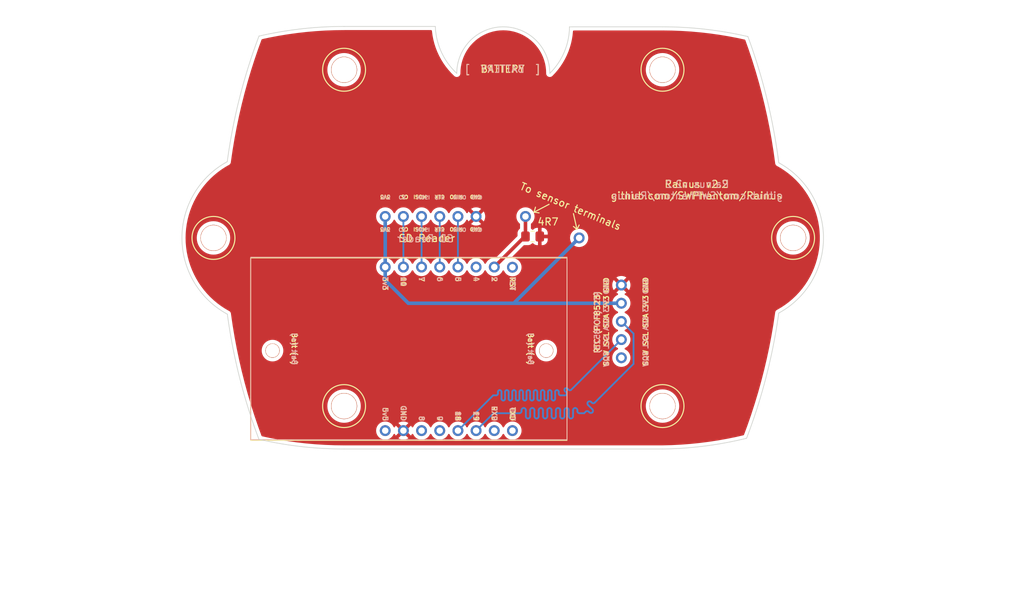
<source format=kicad_pcb>
(kicad_pcb (version 20211014) (generator pcbnew)
  (layers (0 "F.Cu" signal) (31 "B.Cu" signal) (34 "B.Paste" user) (35 "F.Paste" user) (36 "B.SilkS" user "B.Silkscreen") (37 "F.SilkS" user "F.Silkscreen") (38 "B.Mask" user) (39 "F.Mask" user) (44 "Edge.Cuts" user))
  (net 0 "")
  (net 1 "GND")
  (footprint "" (layer "F.Cu") (at 154.5 117.25)
    (fp_text reference "" (at 0 0) (layer "F.SilkS") (effects (font (size 1.27 1.27))))
    (fp_text value "" (at 0 0) (layer "F.SilkS") (effects (font (size 1.27 1.27))))
    (pad "" np_thru_hole circle (at 0 0 270) (size 2 2) (drill 1.8) (layers F&B.Cu *.SilkS *.Mask))
  )
  (footprint "" (layer "F.Cu") (at 189 101.5)
    (fp_text reference "" (at 0 0) (layer "F.SilkS") (effects (font (size 1.27 1.27))))
    (fp_text value "" (at 0 0) (layer "F.SilkS") (effects (font (size 1.27 1.27))))
    (pad "" np_thru_hole circle (at 0 0 270) (size 3.65 3.65) (drill 3.45) (layers *.Cu *.SilkS *.Mask))
  )
  (footprint "" (layer "F.Cu") (at 170.75 78)
    (fp_text reference "" (at 0 0) (layer "F.SilkS") (effects (font (size 1.27 1.27))))
    (fp_text value "" (at 0 0) (layer "F.SilkS") (effects (font (size 1.27 1.27))))
    (pad "" np_thru_hole circle (at 0 0 270) (size 3.65 3.65) (drill 3.45) (layers *.Cu *.SilkS *.Mask))
  )
  (footprint "" (layer "F.Cu") (at 134.54 98.5 90)
    (fp_text reference "" (at 0 0 90) (layer "F.SilkS") (effects (font (size 1.27 1.27))))
    (fp_text value "" (at 0 0 90) (layer "F.SilkS") (effects (font (size 1.27 1.27))))
    (pad "1" thru_hole circle (at 0 0 90) (size 1.524 1.524) (drill 0.9) (layers *.Cu *.Mask))
  )
  (footprint "" (layer "F.Cu") (at 151.6 98.5)
    (fp_text reference "" (at 0 0) (layer "F.SilkS") (effects (font (size 1.27 1.27))))
    (fp_text value "" (at 0 0) (layer "F.SilkS") (effects (font (size 1.27 1.27))))
    (pad "1" thru_hole circle (at 0 0) (size 1.524 1.524) (drill 0.9) (layers *.Cu *.Mask))
  )
  (footprint "" (layer "F.Cu") (at 165 115.71)
    (fp_text reference "" (at 0 0) (layer "F.SilkS") (effects (font (size 1.27 1.27))))
    (fp_text value "" (at 0 0) (layer "F.SilkS") (effects (font (size 1.27 1.27))))
    (pad "1" thru_hole circle (at 0 0) (size 1.524 1.524) (drill 0.9) (layers *.Cu *.Mask))
  )
  (footprint "" (layer "F.Cu") (at 139.62 98.5 90)
    (fp_text reference "" (at 0 0 90) (layer "F.SilkS") (effects (font (size 1.27 1.27))))
    (fp_text value "" (at 0 0 90) (layer "F.SilkS") (effects (font (size 1.27 1.27))))
    (pad "1" thru_hole circle (at 0 0 90) (size 1.524 1.524) (drill 0.9) (layers *.Cu *.Mask))
  )
  (footprint "" (layer "F.Cu") (at 126.25 125)
    (fp_text reference "" (at 0 0) (layer "F.SilkS") (effects (font (size 1.27 1.27))))
    (fp_text value "" (at 0 0) (layer "F.SilkS") (effects (font (size 1.27 1.27))))
    (pad "" np_thru_hole circle (at 0 0 270) (size 3.65 3.65) (drill 3.45) (layers *.Cu *.SilkS *.Mask))
  )
  (footprint "Espressif:esp32-c3-lilygo" (layer "F.Cu") (at 157.4 104.3 -90)
    (fp_text reference "REF**" hide)
    (fp_text value "esp32-c3-lilygo")
    (fp_text user "Batt (+)" (at 12.7 38.1 -90 unlocked) (layer "B.SilkS") (effects (font (size 0.7 0.7)) (justify mirror)))
    (fp_text user "5v5" (at 22.86 25.4 -90 unlocked) (layer "B.SilkS") (effects (font (size 0.7 0.7)) (justify left mirror)))
    (fp_text user "RXD" (at 22.86 10.16 -90 unlocked) (layer "B.SilkS") (effects (font (size 0.7 0.7)) (justify left mirror)))
    (fp_text user "Batt (-)" (at 12.7 5.08 -90 unlocked) (layer "B.SilkS") (effects (font (size 0.7 0.7)) (justify mirror)))
    (fp_text user "RST" (at 2.54 7.62 -90 unlocked) (layer "B.SilkS") (effects (font (size 0.7 0.7)) (justify right mirror)))
    (fp_text user "3v3" (at 2.54 25.4 -90 unlocked) (layer "B.SilkS") (effects (font (size 0.7 0.7)) (justify right mirror)))
    (fp_text user "8" (at 22.86 20.32 -90 unlocked) (layer "B.SilkS") (effects (font (size 0.7 0.7)) (justify left mirror)))
    (fp_text user "TXD" (at 22.86 7.62 -90 unlocked) (layer "B.SilkS") (effects (font (size 0.7 0.7)) (justify left mirror)))
    (fp_text user "GND" (at 22.86 22.86 -90 unlocked) (layer "B.SilkS") (effects (font (size 0.7 0.7)) (justify left mirror)))
    (fp_text user "5" (at 2.54 15.24 -90 unlocked) (layer "B.SilkS") (effects (font (size 0.7 0.7)) (justify right mirror)))
    (fp_text user "9" (at 22.86 17.78 -90 unlocked) (layer "B.SilkS") (effects (font (size 0.7 0.7)) (justify left mirror)))
    (fp_text user "19" (at 22.86 12.7 -90 unlocked) (layer "B.SilkS") (effects (font (size 0.7 0.7)) (justify left mirror)))
    (fp_text user "2" (at 2.54 10.16 -90 unlocked) (layer "B.SilkS") (effects (font (size 0.7 0.7)) (justify right mirror)))
    (fp_text user "7" (at 2.54 20.32 -90 unlocked) (layer "B.SilkS") (effects (font (size 0.7 0.7)) (justify right mirror)))
    (fp_text user "10" (at 2.54 22.86 -90 unlocked) (layer "B.SilkS") (effects (font (size 0.7 0.7)) (justify right mirror)))
    (fp_text user "6" (at 2.54 17.78 -90 unlocked) (layer "B.SilkS") (effects (font (size 0.7 0.7)) (justify right mirror)))
    (fp_text user "18" (at 22.86 15.24 -90 unlocked) (layer "B.SilkS") (effects (font (size 0.7 0.7)) (justify left mirror)))
    (fp_text user "4" (at 2.54 12.7 -90 unlocked) (layer "B.SilkS") (effects (font (size 0.7 0.7)) (justify right mirror)))
    (fp_text user "5" (at 2.54 15.24 -90 unlocked) (layer "F.SilkS") (effects (font (size 0.7 0.7)) (justify left)))
    (fp_text user "3v3" (at 2.54 25.4 -90 unlocked) (layer "F.SilkS") (effects (font (size 0.7 0.7)) (justify left)))
    (fp_text user "GND" (at 22.86 22.86 -90 unlocked) (layer "F.SilkS") (effects (font (size 0.7 0.7)) (justify right)))
    (fp_text user "8" (at 22.86 20.32 -90 unlocked) (layer "F.SilkS") (effects (font (size 0.7 0.7)) (justify right)))
    (fp_text user "7" (at 2.54 20.32 -90 unlocked) (layer "F.SilkS") (effects (font (size 0.7 0.7)) (justify left)))
    (fp_text user "2" (at 2.54 10.16 -90 unlocked) (layer "F.SilkS") (effects (font (size 0.7 0.7)) (justify left)))
    (fp_text user "10" (at 2.54 22.86 -90 unlocked) (layer "F.SilkS") (effects (font (size 0.7 0.7)) (justify left)))
    (fp_text user "Batt (+)" (at 12.7 38.1 -90 unlocked) (layer "F.SilkS") (effects (font (size 0.7 0.7))))
    (fp_text user "9" (at 22.86 17.78 -90 unlocked) (layer "F.SilkS") (effects (font (size 0.7 0.7)) (justify right)))
    (fp_text user "5v5" (at 22.86 25.4 -90 unlocked) (layer "F.SilkS") (effects (font (size 0.7 0.7)) (justify right)))
    (fp_text user "RST" (at 2.54 7.62 -90 unlocked) (layer "F.SilkS") (effects (font (size 0.7 0.7)) (justify left)))
    (fp_text user "Batt (-)" (at 12.7 5.08 -90 unlocked) (layer "F.SilkS") (effects (font (size 0.7 0.7))))
    (fp_text user "6" (at 2.54 17.78 -90 unlocked) (layer "F.SilkS") (effects (font (size 0.7 0.7)) (justify left)))
    (fp_text user "18" (at 22.86 15.24 -90 unlocked) (layer "F.SilkS") (effects (font (size 0.7 0.7)) (justify right)))
    (fp_text user "4" (at 2.54 12.7 -90 unlocked) (layer "F.SilkS") (effects (font (size 0.7 0.7)) (justify left)))
    (fp_text user "TXD" (at 22.86 7.62 -90 unlocked) (layer "F.SilkS") (effects (font (size 0.7 0.7)) (justify right)))
    (fp_text user "RXD" (at 22.86 10.16 -90 unlocked) (layer "F.SilkS") (effects (font (size 0.7 0.7)) (justify right)))
    (fp_text user "19" (at 22.86 12.7 -90 unlocked) (layer "F.SilkS") (effects (font (size 0.7 0.7)) (justify right)))
    (fp_rect (start -0.1 0) (end 25.4 44.2) (layer "B.SilkS") (width 0.12) (fill none))
    (fp_rect (start 0 0) (end 25.5 44.2) (layer "F.SilkS") (width 0.12) (fill none))
    (pad "2" thru_hole circle (at 1.27 10.16 270) (size 1.524 1.524) (drill 0.9) (layers *.Cu *.Mask))
    (pad "3v3" thru_hole circle (at 1.27 25.4 270) (size 1.524 1.524) (drill 0.9) (layers *.Cu *.Mask))
    (pad "4" thru_hole circle (at 1.27 12.7 270) (size 1.524 1.524) (drill 0.9) (layers *.Cu *.Mask))
    (pad "5" thru_hole circle (at 1.27 15.24 270) (size 1.524 1.524) (drill 0.9) (layers *.Cu *.Mask))
    (pad "5v5" thru_hole circle (at 24.13 25.4 270) (size 1.524 1.524) (drill 0.9) (layers *.Cu *.Mask))
    (pad "6" thru_hole circle (at 1.27 17.78 270) (size 1.524 1.524) (drill 0.9) (layers *.Cu *.Mask))
    (pad "7" thru_hole circle (at 1.27 20.32 270) (size 1.524 1.524) (drill 0.9) (layers *.Cu *.Mask))
    (pad "8" thru_hole circle (at 24.13 20.32 270) (size 1.524 1.524) (drill 0.9) (layers *.Cu *.Mask))
    (pad "9" thru_hole circle (at 24.13 17.78 270) (size 1.524 1.524) (drill 0.9) (layers *.Cu *.Mask))
    (pad "10" thru_hole circle (at 1.27 22.86 270) (size 1.524 1.524) (drill 0.9) (layers *.Cu *.Mask))
    (pad "18" thru_hole circle (at 24.13 15.24 270) (size 1.524 1.524) (drill 0.9) (layers *.Cu *.Mask))
    (pad "19" thru_hole circle (at 24.13 12.7 270) (size 1.524 1.524) (drill 0.9) (layers *.Cu *.Mask))
    (pad "GND" thru_hole circle (at 24.13 22.86 270) (size 1.524 1.524) (drill 0.9) (layers *.Cu *.Mask) (net 1 "GND"))
    (pad "RST" thru_hole oval (at 1.3 7.62 270) (size 1.524 1.524) (drill 0.9) (layers *.Cu *.Mask))
    (pad "RXD" thru_hole circle (at 24.13 10.16 270) (size 1.524 1.524) (drill 0.9) (layers *.Cu *.Mask))
    (pad "TXD" thru_hole oval (at 24.13 7.62 270) (size 1.524 1.524) (drill 0.9) (layers *.Cu *.Mask))
  )
  (footprint "" (layer "F.Cu") (at 165 113.17)
    (fp_text reference "" (at 0 0) (layer "F.SilkS") (effects (font (size 1.27 1.27))))
    (fp_text value "" (at 0 0) (layer "F.SilkS") (effects (font (size 1.27 1.27))))
    (pad "1" thru_hole circle (at 0 0) (size 1.524 1.524) (drill 0.9) (layers *.Cu *.Mask))
  )
  (footprint "" (layer "F.Cu") (at 142.16 98.5 90)
    (fp_text reference "" (at 0 0 90) (layer "F.SilkS") (effects (font (size 1.27 1.27))))
    (fp_text value "" (at 0 0 90) (layer "F.SilkS") (effects (font (size 1.27 1.27))))
    (pad "1" thru_hole circle (at 0 0 90) (size 1.524 1.524) (drill 0.9) (layers *.Cu *.Mask))
  )
  (footprint "" (layer "F.Cu") (at 108 101.5)
    (fp_text reference "" (at 0 0) (layer "F.SilkS") (effects (font (size 1.27 1.27))))
    (fp_text value "" (at 0 0) (layer "F.SilkS") (effects (font (size 1.27 1.27))))
    (pad "" np_thru_hole circle (at 0 0 270) (size 3.65 3.65) (drill 3.45) (layers *.Cu *.SilkS *.Mask))
  )
  (footprint "" (layer "F.Cu") (at 159.1 101.5)
    (fp_text reference "" (at 0 0) (layer "F.SilkS") (effects (font (size 1.27 1.27))))
    (fp_text value "" (at 0 0) (layer "F.SilkS") (effects (font (size 1.27 1.27))))
    (pad "1" thru_hole circle (at 0 0) (size 1.524 1.524) (drill 0.9) (layers *.Cu *.Mask))
  )
  (footprint "" (layer "F.Cu") (at 165 118.25)
    (fp_text reference "" (at 0 0) (layer "F.SilkS") (effects (font (size 1.27 1.27))))
    (fp_text value "" (at 0 0) (layer "F.SilkS") (effects (font (size 1.27 1.27))))
    (pad "1" thru_hole circle (at 0 0) (size 1.524 1.524) (drill 0.9) (layers *.Cu *.Mask))
  )
  (footprint "" (layer "F.Cu") (at 170.75 125)
    (fp_text reference "" (at 0 0) (layer "F.SilkS") (effects (font (size 1.27 1.27))))
    (fp_text value "" (at 0 0) (layer "F.SilkS") (effects (font (size 1.27 1.27))))
    (pad "" np_thru_hole circle (at 0 0 270) (size 3.65 3.65) (drill 3.45) (layers *.Cu *.SilkS *.Mask))
  )
  (footprint "" (layer "F.Cu") (at 132 98.5 90)
    (fp_text reference "" (at 0 0 90) (layer "F.SilkS") (effects (font (size 1.27 1.27))))
    (fp_text value "" (at 0 0 90) (layer "F.SilkS") (effects (font (size 1.27 1.27))))
    (pad "1" thru_hole circle (at 0 0 90) (size 1.524 1.524) (drill 0.9) (layers *.Cu *.Mask))
  )
  (footprint "" (layer "F.Cu") (at 126.25 78)
    (fp_text reference "" (at 0 0) (layer "F.SilkS") (effects (font (size 1.27 1.27))))
    (fp_text value "" (at 0 0) (layer "F.SilkS") (effects (font (size 1.27 1.27))))
    (pad "" np_thru_hole circle (at 0 0 270) (size 3.65 3.65) (drill 3.45) (layers *.Cu *.SilkS *.Mask))
  )
  (footprint "" (layer "F.Cu") (at 165 108.09)
    (fp_text reference "" (at 0 0) (layer "F.SilkS") (effects (font (size 1.27 1.27))))
    (fp_text value "" (at 0 0) (layer "F.SilkS") (effects (font (size 1.27 1.27))))
    (pad "1" thru_hole circle (at 0 0) (size 1.524 1.524) (drill 0.9) (layers *.Cu *.Mask) (net 1 "GND"))
  )
  (footprint "" (layer "F.Cu") (at 165 110.63)
    (fp_text reference "" (at 0 0) (layer "F.SilkS") (effects (font (size 1.27 1.27))))
    (fp_text value "" (at 0 0) (layer "F.SilkS") (effects (font (size 1.27 1.27))))
    (pad "1" thru_hole circle (at 0 0) (size 1.524 1.524) (drill 0.9) (layers *.Cu *.Mask))
  )
  (footprint "Resistor_SMD:R_0805_2012Metric_Pad1.20x1.40mm_HandSolder" (layer "F.Cu") (at 152.6 101.3 180)
    (fp_text reference "REF**" hide)
    (fp_text value "4R7" (at -2.15 2.05) (layer "F.SilkS"))
    (fp_line (start -0.227064 0.735) (end 0.227064 0.735) (layer "F.SilkS") (width 0.12))
    (fp_line (start -0.227064 -0.735) (end 0.227064 -0.735) (layer "F.SilkS") (width 0.12))
    (pad "1" smd roundrect (at -1 0 180) (size 1.2 1.4) (layers "F.Cu" "F.Paste" "F.Mask") (roundrect_rratio 0.208333) (net 1 "GND"))
    (pad "2" smd roundrect (at 1 0 180) (size 1.2 1.4) (layers "F.Cu" "F.Paste" "F.Mask") (roundrect_rratio 0.208333))
  )
  (footprint "" (layer "F.Cu") (at 144.7 98.5 90)
    (fp_text reference "" (at 0 0 90) (layer "F.SilkS") (effects (font (size 1.27 1.27))))
    (fp_text value "" (at 0 0 90) (layer "F.SilkS") (effects (font (size 1.27 1.27))))
    (pad "1" thru_hole circle (at 0 0 90) (size 1.524 1.524) (drill 0.9) (layers *.Cu *.Mask) (net 1 "GND"))
  )
  (footprint "" (layer "F.Cu") (at 137.08 98.5 90)
    (fp_text reference "" (at 0 0 90) (layer "F.SilkS") (effects (font (size 1.27 1.27))))
    (fp_text value "" (at 0 0 90) (layer "F.SilkS") (effects (font (size 1.27 1.27))))
    (pad "1" thru_hole circle (at 0 0 90) (size 1.524 1.524) (drill 0.9) (layers *.Cu *.Mask))
  )
  (footprint "" (layer "F.Cu") (at 116.25 117.25)
    (fp_text reference "" (at 0 0) (layer "F.SilkS") (effects (font (size 1.27 1.27))))
    (fp_text value "" (at 0 0) (layer "F.SilkS") (effects (font (size 1.27 1.27))))
    (pad "" np_thru_hole circle (at 0 0 270) (size 2 2) (drill 1.8) (layers F&B.Cu *.SilkS *.Mask))
  )
  (gr_circle (center 170.75 78) (end 170.75 81) (layer "F.SilkS") (width 0.15) (fill none))
  (gr_circle (center 126.25 78) (end 126.25 81) (layer "F.SilkS") (width 0.15) (fill none))
  (gr_line (start 158.8 100.3) (end 158.3 99.9) (layer "F.SilkS") (width 0.15))
  (gr_line (start 152.8 97.9) (end 153 97.2) (layer "F.SilkS") (width 0.15))
  (gr_circle (center 108 101.5) (end 108 104.5) (layer "F.SilkS") (width 0.15) (fill none))
  (gr_line (start 158.3 98.1) (end 158.8 100.3) (layer "F.SilkS") (width 0.15))
  (gr_line (start 152.8 97.9) (end 153.5 98) (layer "F.SilkS") (width 0.15))
  (gr_line (start 158.8 100.3) (end 159.1 99.7) (layer "F.SilkS") (width 0.15))
  (gr_line (start 154.9 96.8) (end 152.8 97.9) (layer "F.SilkS") (width 0.15))
  (gr_circle (center 170.75 125) (end 170.75 128) (layer "F.SilkS") (width 0.15) (fill none))
  (gr_circle (center 126.25 125) (end 126.25 128) (layer "F.SilkS") (width 0.15) (fill none))
  (gr_circle (center 189 101.5) (end 189 104.5) (layer "F.SilkS") (width 0.15) (fill none))
  (gr_arc (start 109.921304 90.850298) (mid 111.640173 81.947162) (end 114.358052 73.296528) (layer "Edge.Cuts") (width 0.1))
  (gr_line (start 170.75 72) (end 157.75 72) (layer "Edge.Cuts") (width 0.1))
  (gr_arc (start 142 78.5) (mid 139.84822 75.521649) (end 139 71.946561) (layer "Edge.Cuts") (width 0.1))
  (gr_arc (start 170.75 72) (mid 176.755842 72.341384) (end 182.684315 73.361137) (layer "Edge.Cuts") (width 0.1))
  (gr_arc (start 157.75 72) (mid 157.021465 75.523504) (end 155 78.5) (layer "Edge.Cuts") (width 0.1))
  (gr_line (start 126.25 131) (end 170.75 130.999999) (layer "Edge.Cuts") (width 0.1))
  (gr_arc (start 126.25 131) (mid 120.262131 130.660663) (end 114.350937 129.646997) (layer "Edge.Cuts") (width 0.1))
  (gr_arc (start 114.350938 129.646997) (mid 111.647469 121.027464) (end 109.935771 112.157561) (layer "Edge.Cuts") (width 0.1))
  (gr_arc (start 114.358052 73.296528) (mid 120.265837 72.285133) (end 126.25 71.946561) (layer "Edge.Cuts") (width 0.1))
  (gr_arc (start 142 78.5) (mid 148.5 71.977271) (end 155 78.5) (layer "Edge.Cuts") (width 0.1))
  (gr_arc (start 182.5 129.5) (mid 176.667588 130.583606) (end 170.75 130.999999) (layer "Edge.Cuts") (width 0.1))
  (gr_arc (start 187 91) (mid 193.246843 101.5) (end 187 112) (layer "Edge.Cuts") (width 0.1))
  (gr_arc (start 187 112) (mid 185.246861 120.877764) (end 182.5 129.5) (layer "Edge.Cuts") (width 0.1))
  (gr_arc (start 109.935771 112.15756) (mid 103.591701 101.508232) (end 109.921304 90.850298) (layer "Edge.Cuts") (width 0.1))
  (gr_line (start 126.25 71.946561) (end 139 71.946561) (layer "Edge.Cuts") (width 0.1))
  (gr_arc (start 182.684314 73.361137) (mid 185.342961 82.058037) (end 187 91) (layer "Edge.Cuts") (width 0.1))
  (gr_text "GND" (at 143.95 100.33 180) (layer "B.SilkS") (effects (font (size 0.5 0.5) (thickness 0.125)) (justify left mirror)))
  (gr_text "SQW" (at 162.9 119.64 90) (layer "B.SilkS") (effects (font (size 0.7 0.7)) (justify right mirror)))
  (gr_text "[  BATTERY  ]" (at 148.4 77.9) (layer "B.SilkS") (effects (font (size 1 1)) (justify mirror)))
  (gr_text "MISO" (at 141.42 95.8 180) (layer "B.SilkS") (effects (font (size 0.5 0.5) (thickness 0.125)) (justify left mirror)))
  (gr_text "CLK" (at 138.809537 100.360291 180) (layer "B.SilkS") (effects (font (size 0.5 0.5) (thickness 0.125)) (justify left mirror)))
  (gr_text "MISO" (at 141.41 100.33 180) (layer "B.SilkS") (effects (font (size 0.5 0.5) (thickness 0.125)) (justify left mirror)))
  (gr_text "SDA" (at 162.9 114.56 90) (layer "B.SilkS") (effects (font (size 0.7 0.7)) (justify right mirror)))
  (gr_text "SD Reader" (at 137.6 101.6) (layer "B.SilkS") (effects (font (size 1 1)) (justify mirror)))
  (gr_text "Rainus v2.2\ngithub.com/SWPhantom/Rainus" (at 175.6 94.8) (layer "B.SilkS") (effects (font (size 1 1)) (justify mirror)))
  (gr_text "CS" (at 133.79 100.33 180) (layer "B.SilkS") (effects (font (size 0.5 0.5) (thickness 0.125)) (justify left mirror)))
  (gr_text "SDA" (at 168.4 114.52 90) (layer "B.SilkS") (effects (font (size 0.7 0.7)) (justify right mirror)))
  (gr_text "GND" (at 162.9 109.48 90) (layer "B.SilkS") (effects (font (size 0.7 0.7)) (justify right mirror)))
  (gr_text "3V3" (at 131.25 100.33 180) (layer "B.SilkS") (effects (font (size 0.5 0.5) (thickness 0.125)) (justify left mirror)))
  (gr_text "RTC (PCF8523)" (at 161.63 113.29 90) (layer "B.SilkS") (effects (font (size 0.75 0.75)) (justify mirror)))
  (gr_text "CS" (at 133.8 95.8 180) (layer "B.SilkS") (effects (font (size 0.5 0.5) (thickness 0.125)) (justify left mirror)))
  (gr_text "CLK" (at 138.819537 95.830291 180) (layer "B.SilkS") (effects (font (size 0.5 0.5) (thickness 0.125)) (justify left mirror)))
  (gr_text "MOSI" (at 136.34 95.8 180) (layer "B.SilkS") (effects (font (size 0.5 0.5) (thickness 0.125)) (justify left mirror)))
  (gr_text "SQW" (at 168.4 119.6 90) (layer "B.SilkS") (effects (font (size 0.7 0.7)) (justify right mirror)))
  (gr_text "3V3" (at 162.9 112.02 90) (layer "B.SilkS") (effects (font (size 0.7 0.7)) (justify right mirror)))
  (gr_text "SCL" (at 168.4 117.06 90) (layer "B.SilkS") (effects (font (size 0.7 0.7)) (justify right mirror)))
  (gr_text "3V3" (at 168.4 111.98 90) (layer "B.SilkS") (effects (font (size 0.7 0.7)) (justify right mirror)))
  (gr_text "3V3" (at 131.26 95.8 180) (layer "B.SilkS") (effects (font (size 0.5 0.5) (thickness 0.125)) (justify left mirror)))
  (gr_text "GND" (at 143.96 95.8 180) (layer "B.SilkS") (effects (font (size 0.5 0.5) (thickness 0.125)) (justify left mirror)))
  (gr_text "GND" (at 168.4 109.44 90) (layer "B.SilkS") (effects (font (size 0.7 0.7)) (justify right mirror)))
  (gr_text "MOSI" (at 136.33 100.33 180) (layer "B.SilkS") (effects (font (size 0.5 0.5) (thickness 0.125)) (justify left mirror)))
  (gr_text "SCL" (at 162.9 117.1 90) (layer "B.SilkS") (effects (font (size 0.7 0.7)) (justify right mirror)))
  (gr_text "GND" (at 168.4 106.9 90) (layer "F.SilkS") (effects (font (size 0.7 0.7)) (justify right)))
  (gr_text "[  BATTERY  ]" (at 148.4 77.9) (layer "F.SilkS") (effects (font (size 1 1))))
  (gr_text "3V3" (at 132.7525 100.27875 180) (layer "F.SilkS") (effects (font (size 0.5 0.5) (thickness 0.125)) (justify left)))
  (gr_text "3V3" (at 132.7625 95.74875 180) (layer "F.SilkS") (effects (font (size 0.5 0.5) (thickness 0.125)) (justify left)))
  (gr_text "To sensor terminals" (at 157.9 97.1 -22.5) (layer "F.SilkS") (effects (font (size 1 1))))
  (gr_text "SCL" (at 168.4 114.52 90) (layer "F.SilkS") (effects (font (size 0.7 0.7)) (justify right)))
  (gr_text "MOSI" (at 137.8325 100.27875 180) (layer "F.SilkS") (effects (font (size 0.5 0.5) (thickness 0.125)) (justify left)))
  (gr_text "SD Reader" (at 137.8325 101.54875) (layer "F.SilkS") (effects (font (size 1 1))))
  (gr_text "MISO" (at 142.9225 95.74875 180) (layer "F.SilkS") (effects (font (size 0.5 0.5) (thickness 0.125)) (justify left)))
  (gr_text "SCL" (at 162.9 114.56 90) (layer "F.SilkS") (effects (font (size 0.7 0.7)) (justify right)))
  (gr_text "GND" (at 145.4625 95.74875 180) (layer "F.SilkS") (effects (font (size 0.5 0.5) (thickness 0.125)) (justify left)))
  (gr_text "MOSI" (at 137.8425 95.74875 180) (layer "F.SilkS") (effects (font (size 0.5 0.5) (thickness 0.125)) (justify left)))
  (gr_text "CS" (at 135.2925 100.27875 180) (layer "F.SilkS") (effects (font (size 0.5 0.5) (thickness 0.125)) (justify left)))
  (gr_text "GND" (at 162.9 106.94 90) (layer "F.SilkS") (effects (font (size 0.7 0.7)) (justify right)))
  (gr_text "SQW" (at 162.9 117.1 90) (layer "F.SilkS") (effects (font (size 0.7 0.7)) (justify right)))
  (gr_text "Rainus v2.2\ngithub.com/SWPhantom/Rainus" (at 175.5 94.8) (layer "F.SilkS") (effects (font (size 1 1))))
  (gr_text "3V3" (at 168.4 109.44 90) (layer "F.SilkS") (effects (font (size 0.7 0.7)) (justify right)))
  (gr_text "SQW" (at 168.4 117.06 90) (layer "F.SilkS") (effects (font (size 0.7 0.7)) (justify right)))
  (gr_text "CLK" (at 140.3725 100.27875 180) (layer "F.SilkS") (effects (font (size 0.5 0.5) (thickness 0.125)) (justify left)))
  (gr_text "CLK" (at 140.3825 95.74875 180) (layer "F.SilkS") (effects (font (size 0.5 0.5) (thickness 0.125)) (justify left)))
  (gr_text "SDA" (at 168.4 111.98 90) (layer "F.SilkS") (effects (font (size 0.7 0.7)) (justify right)))
  (gr_text "3V3" (at 162.9 109.48 90) (layer "F.SilkS") (effects (font (size 0.7 0.7)) (justify right)))
  (gr_text "GND" (at 145.4525 100.27875 180) (layer "F.SilkS") (effects (font (size 0.5 0.5) (thickness 0.125)) (justify left)))
  (gr_text "SDA" (at 162.9 112.02 90) (layer "F.SilkS") (effects (font (size 0.7 0.7)) (justify right)))
  (gr_text "CS" (at 135.3025 95.74875 180) (layer "F.SilkS") (effects (font (size 0.5 0.5) (thickness 0.125)) (justify left)))
  (gr_text "MISO" (at 142.9125 100.27875 180) (layer "F.SilkS") (effects (font (size 0.5 0.5) (thickness 0.125)) (justify left)))
  (gr_text "RTC (PCF8523)" (at 161.63 113.29 90) (layer "F.SilkS") (effects (font (size 0.75 0.75))))
  (segment (start 151.61 101.2) (end 151.6 101.19) (width 0.25) (layer "F.Cu") (net 0))
  (segment (start 141.765 128.725) (end 141.775 128.725) (width 0.25) (layer "F.Cu") (net 0))
  (segment (start 151.6 101.3) (end 151.6 98.5) (width 0.5) (layer "F.Cu") (net 0))
  (segment (start 147.24 105.57) (end 151.61 101.2) (width 0.5) (layer "F.Cu") (net 0))
  (segment (start 144.305 128.725) (end 144.305 128.695) (width 0.25) (layer "F.Cu") (net 0))
  (segment (start 157.05 126.429303) (end 157.05 126) (width 0.25) (layer "B.Cu") (net 0))
  (segment (start 142.16 128.43) (end 147.09 123.5) (width 0.25) (layer "B.Cu") (net 0))
  (segment (start 149.75 123.5) (end 149.75 123.022687) (width 0.25) (layer "B.Cu") (net 0))
  (segment (start 154.65 126) (end 154.65 125.570697) (width 0.25) (layer "B.Cu") (net 0))
  (segment (start 160.95209 125.8793) (end 160.952089 125.879301) (width 0.25) (layer "B.Cu") (net 0))
  (segment (start 157.05 126) (end 157.05 125.570697) (width 0.25) (layer "B.Cu") (net 0))
  (segment (start 154.75 123.5) (end 154.75 123.022687) (width 0.25) (layer "B.Cu") (net 0))
  (segment (start 155.75 123.977313) (end 155.75 123.5) (width 0.25) (layer "B.Cu") (net 0))
  (segment (start 161.284927 124.515076) (end 161.284926 124.515077) (width 0.25) (layer "B.Cu") (net 0))
  (segment (start 157.21 123.5) (end 157.28071 123.42929) (width 0.25) (layer "B.Cu") (net 0))
  (segment (start 150.75 123.977313) (end 150.75 123.5) (width 0.25) (layer "B.Cu") (net 0))
  (segment (start 156.25 123.022687) (end 156.25 123.25) (width 0.25) (layer "B.Cu") (net 0))
  (segment (start 152.25 126) (end 152.25 125.570697) (width 0.25) (layer "B.Cu") (net 0))
  (segment (start 157.47353 122.56145) (end 157.634265 122.722185) (width 0.25) (layer "B.Cu") (net 0))
  (segment (start 154.25 123.022687) (end 154.25 123.5) (width 0.25) (layer "B.Cu") (net 0))
  (segment (start 158.25 126) (end 158.25 125.570697) (width 0.25) (layer "B.Cu") (net 0))
  (segment (start 151.75 123.5) (end 151.75 123.022687) (width 0.25) (layer "B.Cu") (net 0))
  (segment (start 151.25 123.022687) (end 151.25 123.5) (width 0.25) (layer "B.Cu") (net 0))
  (segment (start 155.75 123.5) (end 155.75 123.022687) (width 0.25) (layer "B.Cu") (net 0))
  (segment (start 153.25 123.5) (end 153.25 123.977313) (width 0.25) (layer "B.Cu") (net 0))
  (segment (start 142.16 98.5) (end 142.16 105.57) (width 0.25) (layer "B.Cu") (net 0))
  (segment (start 151.75 123.977313) (end 151.75 123.5) (width 0.25) (layer "B.Cu") (net 0))
  (segment (start 153.45 126.429303) (end 153.45 126) (width 0.25) (layer "B.Cu") (net 0))
  (segment (start 152.85 126) (end 152.85 126.429303) (width 0.25) (layer "B.Cu") (net 0))
  (segment (start 159.15 126) (end 159.8 126) (width 0.25) (layer "B.Cu") (net 0))
  (segment (start 152.25 123.5) (end 152.25 123.977313) (width 0.25) (layer "B.Cu") (net 0))
  (segment (start 132 105.57) (end 132 107.4) (width 0.5) (layer "B.Cu") (net 0))
  (segment (start 150.25 123.022687) (end 150.25 123.5) (width 0.25) (layer "B.Cu") (net 0))
  (segment (start 160.436394 125.78787) (end 160.527825 125.879301) (width 0.25) (layer "B.Cu") (net 0))
  (segment (start 161.284926 124.515077) (end 166.7 119.1) (width 0.25) (layer "B.Cu") (net 0))
  (segment (start 152.25 123.022687) (end 152.25 123.5) (width 0.25) (layer "B.Cu") (net 0))
  (segment (start 151.25 123.5) (end 151.25 123.977313) (width 0.25) (layer "B.Cu") (net 0))
  (segment (start 147.75 123.25) (end 147.75 123.022687) (width 0.25) (layer "B.Cu") (net 0))
  (segment (start 139.62 98.5) (end 139.62 105.57) (width 0.25) (layer "B.Cu") (net 0))
  (segment (start 155.85 126) (end 155.85 125.570697) (width 0.25) (layer "B.Cu") (net 0))
  (segment (start 160.952089 125.455035) (end 160.952089 125.455036) (width 0.25) (layer "B.Cu") (net 0))
  (segment (start 158.25 126.429303) (end 158.25 126) (width 0.25) (layer "B.Cu") (net 0))
  (segment (start 157.65 125.570697) (end 157.65 126) (width 0.25) (layer "B.Cu") (net 0))
  (segment (start 160.952089 125.455036) (end 160.344964 124.84791) (width 0.25) (layer "B.Cu") (net 0))
  (segment (start 160.76923 124.423645) (end 160.860662 124.515077) (width 0.25) (layer "B.Cu") (net 0))
  (segment (start 149.75 123.977313) (end 149.75 123.5) (width 0.25) (layer "B.Cu") (net 0))
  (segment (start 149.97 110.63) (end 149.03 110.63) (width 0.25) (layer "B.Cu") (net 0))
  (segment (start 157.119977 122.561448) (end 157.119976 122.56145) (width 0.25) (layer "B.Cu") (net 0))
  (segment (start 150.75 123.5) (end 150.75 123.022687) (width 0.25) (layer "B.Cu") (net 0))
  (segment (start 137.08 98.5) (end 137.08 105.57) (width 0.25) (layer "B.Cu") (net 0))
  (segment (start 153.25 123.022687) (end 153.25 123.5) (width 0.25) (layer "B.Cu") (net 0))
  (segment (start 151.65 125.570697) (end 151.65 125.7) (width 0.25) (layer "B.Cu") (net 0))
  (segment (start 153.45 126) (end 153.45 125.570697) (width 0.25) (layer "B.Cu") (net 0))
  (segment (start 152.75 123.5) (end 152.75 123.022687) (width 0.25) (layer "B.Cu") (net 0))
  (segment (start 147.13 126) (end 150.75 126) (width 0.25) (layer "B.Cu") (net 0))
  (segment (start 154.05 125.570697) (end 154.05 126) (width 0.25) (layer "B.Cu") (net 0))
  (segment (start 155.25 125.570697) (end 155.25 126) (width 0.25) (layer "B.Cu") (net 0))
  (segment (start 155.25 123.022687) (end 155.25 123.5) (width 0.25) (layer "B.Cu") (net 0))
  (segment (start 154.05 126) (end 154.05 126.429303) (width 0.25) (layer "B.Cu") (net 0))
  (segment (start 151.05 125.7) (end 151.05 125.570697) (width 0.25) (layer "B.Cu") (net 0))
  (segment (start 132 107.4) (end 135.23 110.63) (width 0.5) (layer "B.Cu") (net 0))
  (segment (start 151.65 125.7) (end 151.65 126.429303) (width 0.25) (layer "B.Cu") (net 0))
  (segment (start 158.85 125.570697) (end 158.85 125.7) (width 0.25) (layer "B.Cu") (net 0))
  (segment (start 148.25 123.022687) (end 148.25 123.25) (width 0.25) (layer "B.Cu") (net 0))
  (segment (start 148.75 123.977313) (end 148.75 123.5) (width 0.25) (layer "B.Cu") (net 0))
  (segment (start 159.1 101.5) (end 149.97 110.63) (width 0.5) (layer "B.Cu") (net 0))
  (segment (start 154.65 126.429303) (end 154.65 126) (width 0.25) (layer "B.Cu") (net 0))
  (segment (start 148.25 123.25) (end 148.25 123.977313) (width 0.25) (layer "B.Cu") (net 0))
  (segment (start 152.25 126.429303) (end 152.25 126) (width 0.25) (layer "B.Cu") (net 0))
  (segment (start 157.65 126) (end 157.65 126.429303) (width 0.25) (layer "B.Cu") (net 0))
  (segment (start 156.5 123.5) (end 157.21 123.5) (width 0.25) (layer "B.Cu") (net 0))
  (segment (start 153.75 123.5) (end 153.75 123.022687) (width 0.25) (layer "B.Cu") (net 0))
  (segment (start 156.45 126) (end 156.45 126.429303) (width 0.25) (layer "B.Cu") (net 0))
  (segment (start 155.85 126.429303) (end 155.85 126) (width 0.25) (layer "B.Cu") (net 0))
  (segment (start 147.09 123.5) (end 147.5 123.5) (width 0.25) (layer "B.Cu") (net 0))
  (segment (start 149.03 110.63) (end 165 110.63) (width 0.5) (layer "B.Cu") (net 0))
  (segment (start 149.25 123.5) (end 149.25 123.977313) (width 0.25) (layer "B.Cu") (net 0))
  (segment (start 166.7 119.1) (end 166.7 114.87) (width 0.25) (layer "B.Cu") (net 0))
  (segment (start 154.25 123.5) (end 154.25 123.977313) (width 0.25) (layer "B.Cu") (net 0))
  (segment (start 148.75 123.5) (end 148.75 123.022687) (width 0.25) (layer "B.Cu") (net 0))
  (segment (start 132 105.57) (end 132 98.5) (width 0.5) (layer "B.Cu") (net 0))
  (segment (start 150.25 123.5) (end 150.25 123.977313) (width 0.25) (layer "B.Cu") (net 0))
  (segment (start 156.45 125.570697) (end 156.45 126) (width 0.25) (layer "B.Cu") (net 0))
  (segment (start 152.85 125.570697) (end 152.85 126) (width 0.25) (layer "B.Cu") (net 0))
  (segment (start 160.76923 124.423646) (end 160.76923 124.423645) (width 0.25) (layer "B.Cu") (net 0))
  (segment (start 155.25 126) (end 155.25 126.429303) (width 0.25) (layer "B.Cu") (net 0))
  (segment (start 134.54 98.5) (end 134.54 105.57) (width 0.25) (layer "B.Cu") (net 0))
  (segment (start 157.987819 122.722185) (end 157.987819 122.722184) (width 0.25) (layer "B.Cu") (net 0))
  (segment (start 155.25 123.5) (end 155.25 123.977313) (width 0.25) (layer "B.Cu") (net 0))
  (segment (start 157.987819 122.722184) (end 165 115.71) (width 0.25) (layer "B.Cu") (net 0))
  (segment (start 154.75 123.977313) (end 154.75 123.5) (width 0.25) (layer "B.Cu") (net 0))
  (segment (start 149.25 123.022687) (end 149.25 123.5) (width 0.25) (layer "B.Cu") (net 0))
  (segment (start 135.23 110.63) (end 149.03 110.63) (width 0.5) (layer "B.Cu") (net 0))
  (segment (start 144.7 128.43) (end 147.13 126) (width 0.25) (layer "B.Cu") (net 0))
  (segment (start 157.28071 123.075738) (end 157.280711 123.075736) (width 0.25) (layer "B.Cu") (net 0))
  (segment (start 159.8 126) (end 160.01213 125.78787) (width 0.25) (layer "B.Cu") (net 0))
  (segment (start 166.7 114.87) (end 165 113.17) (width 0.25) (layer "B.Cu") (net 0))
  (segment (start 157.280711 123.075736) (end 157.119977 122.915002) (width 0.25) (layer "B.Cu") (net 0))
  (segment (start 152.75 123.977313) (end 152.75 123.5) (width 0.25) (layer "B.Cu") (net 0))
  (segment (start 153.75 123.977313) (end 153.75 123.5) (width 0.25) (layer "B.Cu") (net 0))
  (arc (start 154 122.772687) (mid 154.176777 122.84591) (end 154.25 123.022687) (width 0.25) (layer "B.Cu") (net 0))
  (arc (start 152 122.772687) (mid 152.176777 122.84591) (end 152.25 123.022687) (width 0.25) (layer "B.Cu") (net 0))
  (arc (start 154.05 126.429303) (mid 154.137868 126.641435) (end 154.35 126.729303) (width 0.25) (layer "B.Cu") (net 0))
  (arc (start 151 122.772687) (mid 151.176777 122.84591) (end 151.25 123.022687) (width 0.25) (layer "B.Cu") (net 0))
  (arc (start 157.35 125.270697) (mid 157.562132 125.358565) (end 157.65 125.570697) (width 0.25) (layer "B.Cu") (net 0))
  (arc (start 148.75 123.022687) (mid 148.823223 122.84591) (end 149 122.772687) (width 0.25) (layer "B.Cu") (net 0))
  (arc (start 151.05 125.570697) (mid 151.137868 125.358565) (end 151.35 125.270697) (width 0.25) (layer "B.Cu") (net 0))
  (arc (start 156.45 126.429303) (mid 156.537868 126.641435) (end 156.75 126.729303) (width 0.25) (layer "B.Cu") (net 0))
  (arc (start 150 122.772687) (mid 150.176777 122.84591) (end 150.25 123.022687) (width 0.25) (layer "B.Cu") (net 0))
  (arc (start 154.35 126.729303) (mid 154.562132 126.641435) (end 154.65 126.429303) (width 0.25) (layer "B.Cu") (net 0))
  (arc (start 151.75 123.022687) (mid 151.823223 122.84591) (end 152 122.772687) (width 0.25) (layer "B.Cu") (net 0))
  (arc (start 152.75 123.022687) (mid 152.823223 122.84591) (end 153 122.772687) (width 0.25) (layer "B.Cu") (net 0))
  (arc (start 155.25 126.429303) (mid 155.337868 126.641435) (end 155.55 126.729303) (width 0.25) (layer "B.Cu") (net 0))
  (arc (start 152.25 123.977313) (mid 152.323223 124.15409) (end 152.5 124.227313) (width 0.25) (layer "B.Cu") (net 0))
  (arc (start 153.5 124.227313) (mid 153.676777 124.15409) (end 153.75 123.977313) (width 0.25) (layer "B.Cu") (net 0))
  (arc (start 160.01213 125.78787) (mid 160.224262 125.700002) (end 160.436394 125.78787) (width 0.25) (layer "B.Cu") (net 0))
  (arc (start 156.25 123.25) (mid 156.323223 123.426777) (end 156.5 123.5) (width 0.25) (layer "B.Cu") (net 0))
  (arc (start 153.75 125.270697) (mid 153.962132 125.358565) (end 154.05 125.570697) (width 0.25) (layer "B.Cu") (net 0))
  (arc (start 155.75 123.022687) (mid 155.823223 122.84591) (end 156 122.772687) (width 0.25) (layer "B.Cu") (net 0))
  (arc (start 156 122.772687) (mid 156.176777 122.84591) (end 156.25 123.022687) (width 0.25) (layer "B.Cu") (net 0))
  (arc (start 154.25 123.977313) (mid 154.323223 124.15409) (end 154.5 124.227313) (width 0.25) (layer "B.Cu") (net 0))
  (arc (start 153.75 123.022687) (mid 153.823223 122.84591) (end 154 122.772687) (width 0.25) (layer "B.Cu") (net 0))
  (arc (start 154.95 125.270697) (mid 155.162132 125.358565) (end 155.25 125.570697) (width 0.25) (layer "B.Cu") (net 0))
  (arc (start 152.55 125.270697) (mid 152.762132 125.358565) (end 152.85 125.570697) (width 0.25) (layer "B.Cu") (net 0))
  (arc (start 155.85 125.570697) (mid 155.937868 125.358565) (end 156.15 125.270697) (width 0.25) (layer "B.Cu") (net 0))
  (arc (start 150.25 123.977313) (mid 150.323223 124.15409) (end 150.5 124.227313) (width 0.25) (layer "B.Cu") (net 0))
  (arc (start 153.25 123.977313) (mid 153.323223 124.15409) (end 153.5 124.227313) (width 0.25) (layer "B.Cu") (net 0))
  (arc (start 155.25 123.977313) (mid 155.323223 124.15409) (end 155.5 124.227313) (width 0.25) (layer "B.Cu") (net 0))
  (arc (start 160.344964 124.423646) (mid 160.557098 124.335777) (end 160.76923 124.423646) (width 0.25) (layer "B.Cu") (net 0))
  (arc (start 156.75 126.729303) (mid 156.962132 126.641435) (end 157.05 126.429303) (width 0.25) (layer "B.Cu") (net 0))
  (arc (start 160.527825 125.879301) (mid 160.739958 125.967169) (end 160.95209 125.8793) (width 0.25) (layer "B.Cu") (net 0))
  (arc (start 158.85 125.7) (mid 158.937868 125.912132) (end 159.15 126) (width 0.25) (layer "B.Cu") (net 0))
  (arc (start 157.119977 122.915002) (mid 157.046754 122.738225) (end 157.119977 122.561448) (width 0.25) (layer "B.Cu") (net 0))
  (arc (start 154.5 124.227313) (mid 154.676777 124.15409) (end 154.75 123.977313) (width 0.25) (layer "B.Cu") (net 0))
  (arc (start 148 122.772687) (mid 148.176777 122.84591) (end 148.25 123.022687) (width 0.25) (layer "B.Cu") (net 0))
  (arc (start 147.5 123.5) (mid 147.676777 123.426777) (end 147.75 123.25) (width 0.25) (layer "B.Cu") (net 0))
  (arc (start 147.75 123.022687) (mid 147.823223 122.84591) (end 148 122.772687) (width 0.25) (layer "B.Cu") (net 0))
  (arc (start 151.65 126.429303) (mid 151.737868 126.641435) (end 151.95 126.729303) (width 0.25) (layer "B.Cu") (net 0))
  (arc (start 149.5 124.227313) (mid 149.676777 124.15409) (end 149.75 123.977313) (width 0.25) (layer "B.Cu") (net 0))
  (arc (start 160.952089 125.879301) (mid 161.039957 125.667168) (end 160.952089 125.455035) (width 0.25) (layer "B.Cu") (net 0))
  (arc (start 148.5 124.227313) (mid 148.676777 124.15409) (end 148.75 123.977313) (width 0.25) (layer "B.Cu") (net 0))
  (arc (start 158.55 125.270697) (mid 158.762132 125.358565) (end 158.85 125.570697) (width 0.25) (layer "B.Cu") (net 0))
  (arc (start 151.25 123.977313) (mid 151.323223 124.15409) (end 151.5 124.227313) (width 0.25) (layer "B.Cu") (net 0))
  (arc (start 157.28071 123.42929) (mid 157.353934 123.252513) (end 157.28071 123.075738) (width 0.25) (layer "B.Cu") (net 0))
  (arc (start 150.75 126) (mid 150.962132 125.912132) (end 151.05 125.7) (width 0.25) (layer "B.Cu") (net 0))
  (arc (start 151.5 124.227313) (mid 151.676777 124.15409) (end 151.75 123.977313) (width 0.25) (layer "B.Cu") (net 0))
  (arc (start 152.25 125.570697) (mid 152.337868 125.358565) (end 152.55 125.270697) (width 0.25) (layer "B.Cu") (net 0))
  (arc (start 156.15 125.270697) (mid 156.362132 125.358565) (end 156.45 125.570697) (width 0.25) (layer "B.Cu") (net 0))
  (arc (start 153 122.772687) (mid 153.176777 122.84591) (end 153.25 123.022687) (width 0.25) (layer "B.Cu") (net 0))
  (arc (start 155.5 124.227313) (mid 155.676777 124.15409) (end 155.75 123.977313) (width 0.25) (layer "B.Cu") (net 0))
  (arc (start 157.95 126.729303) (mid 158.162132 126.641435) (end 158.25 126.429303) (width 0.25) (layer "B.Cu") (net 0))
  (arc (start 153.45 125.570697) (mid 153.537868 125.358565) (end 153.75 125.270697) (width 0.25) (layer "B.Cu") (net 0))
  (arc (start 157.634265 122.722185) (mid 157.811042 122.795408) (end 157.987819 122.722185) (width 0.25) (layer "B.Cu") (net 0))
  (arc (start 154.65 125.570697) (mid 154.737868 125.358565) (end 154.95 125.270697) (width 0.25) (layer "B.Cu") (net 0))
  (arc (start 151.35 125.270697) (mid 151.562132 125.358565) (end 151.65 125.570697) (width 0.25) (layer "B.Cu") (net 0))
  (arc (start 152.5 124.227313) (mid 152.676777 124.15409) (end 152.75 123.977313) (width 0.25) (layer "B.Cu") (net 0))
  (arc (start 150.75 123.022687) (mid 150.823223 122.84591) (end 151 122.772687) (width 0.25) (layer "B.Cu") (net 0))
  (arc (start 149 122.772687) (mid 149.176777 122.84591) (end 149.25 123.022687) (width 0.25) (layer "B.Cu") (net 0))
  (arc (start 149.75 123.022687) (mid 149.823223 122.84591) (end 150 122.772687) (width 0.25) (layer "B.Cu") (net 0))
  (arc (start 149.25 123.977313) (mid 149.323223 124.15409) (end 149.5 124.227313) (width 0.25) (layer "B.Cu") (net 0))
  (arc (start 158.25 125.570697) (mid 158.337868 125.358565) (end 158.55 125.270697) (width 0.25) (layer "B.Cu") (net 0))
  (arc (start 160.860662 124.515077) (mid 161.072794 124.602946) (end 161.284927 124.515076) (width 0.25) (layer "B.Cu") (net 0))
  (arc (start 160.344964 124.84791) (mid 160.257096 124.635778) (end 160.344964 124.423646) (width 0.25) (layer "B.Cu") (net 0))
  (arc (start 155.55 126.729303) (mid 155.762132 126.641435) (end 155.85 126.429303) (width 0.25) (layer "B.Cu") (net 0))
  (arc (start 151.95 126.729303) (mid 152.162132 126.641435) (end 152.25 126.429303) (width 0.25) (layer "B.Cu") (net 0))
  (arc (start 157.05 125.570697) (mid 157.137868 125.358565) (end 157.35 125.270697) (width 0.25) (layer "B.Cu") (net 0))
  (arc (start 153.15 126.729303) (mid 153.362132 126.641435) (end 153.45 126.429303) (width 0.25) (layer "B.Cu") (net 0))
  (arc (start 148.25 123.977313) (mid 148.323223 124.15409) (end 148.5 124.227313) (width 0.25) (layer "B.Cu") (net 0))
  (arc (start 154.75 123.022687) (mid 154.823223 122.84591) (end 155 122.772687) (width 0.25) (layer "B.Cu") (net 0))
  (arc (start 157.65 126.429303) (mid 157.737868 126.641435) (end 157.95 126.729303) (width 0.25) (layer "B.Cu") (net 0))
  (arc (start 150.5 124.227313) (mid 150.676777 124.15409) (end 150.75 123.977313) (width 0.25) (layer "B.Cu") (net 0))
  (arc (start 157.119976 122.56145) (mid 157.296753 122.488227) (end 157.47353 122.56145) (width 0.25) (layer "B.Cu") (net 0))
  (arc (start 155 122.772687) (mid 155.176777 122.84591) (end 155.25 123.022687) (width 0.25) (layer "B.Cu") (net 0))
  (arc (start 152.85 126.429303) (mid 152.937868 126.641435) (end 153.15 126.729303) (width 0.25) (layer "B.Cu") (net 0))
  (zone (net 1) (net_name "GND") (layer "F.Cu") (name "GND1") (connect_pads (clearance 0.508)) (min_thickness 0.254) (fill yes (thermal_gap 0.508) (thermal_bridge_width 0.508))
    (polygon (pts (xy 195 132) (xy 102 132) (xy 102 71) (xy 195 71)))
  )
)
</source>
